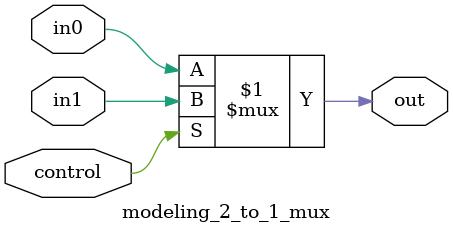
<source format=v>
module modeling_2_to_1_mux(
    input wire in0,    // Input signal 0
    input wire in1,    // Input signal 1
    input wire control, // Control (select) signal
    output wire out    // Output signal
    );

    // 2-to-1 multiplexer using conditional operator
    assign out = control ? in1 : in0; // If control is 1, out = in1; if control is 0, out = in0

endmodule

</source>
